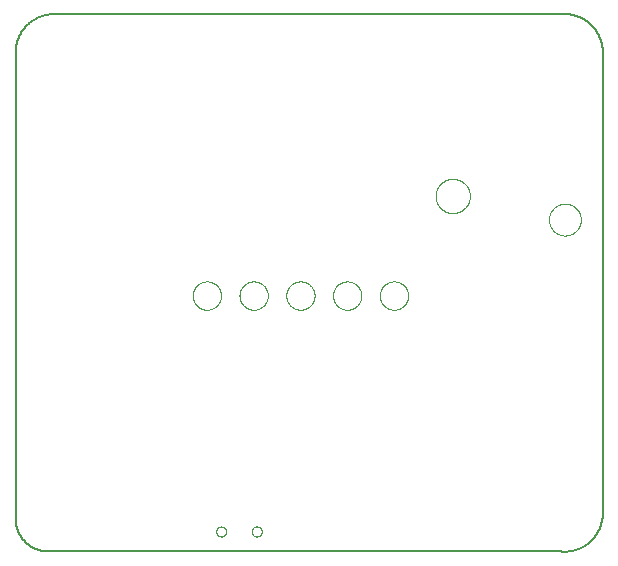
<source format=gbo>
G75*
%MOIN*%
%OFA0B0*%
%FSLAX25Y25*%
%IPPOS*%
%LPD*%
%AMOC8*
5,1,8,0,0,1.08239X$1,22.5*
%
%ADD10C,0.00600*%
%ADD11C,0.00000*%
D10*
X0024241Y0016761D02*
X0195894Y0016761D01*
X0209674Y0028572D02*
X0209674Y0184083D01*
X0209646Y0184397D01*
X0209610Y0184710D01*
X0209567Y0185022D01*
X0209516Y0185333D01*
X0209457Y0185642D01*
X0209391Y0185950D01*
X0209318Y0186256D01*
X0209236Y0186561D01*
X0209148Y0186863D01*
X0209052Y0187163D01*
X0208948Y0187460D01*
X0208838Y0187755D01*
X0208720Y0188047D01*
X0208595Y0188336D01*
X0208463Y0188622D01*
X0208324Y0188905D01*
X0208178Y0189184D01*
X0208025Y0189459D01*
X0207865Y0189731D01*
X0207699Y0189999D01*
X0207527Y0190262D01*
X0207348Y0190521D01*
X0207163Y0190776D01*
X0206971Y0191026D01*
X0206773Y0191271D01*
X0206570Y0191512D01*
X0206361Y0191747D01*
X0206145Y0191977D01*
X0205925Y0192202D01*
X0205699Y0192421D01*
X0205467Y0192635D01*
X0205231Y0192843D01*
X0204989Y0193045D01*
X0204742Y0193241D01*
X0204491Y0193431D01*
X0204235Y0193614D01*
X0203975Y0193792D01*
X0203711Y0193963D01*
X0203442Y0194127D01*
X0203169Y0194285D01*
X0202893Y0194436D01*
X0202613Y0194580D01*
X0202329Y0194717D01*
X0202043Y0194847D01*
X0201753Y0194971D01*
X0201460Y0195087D01*
X0201164Y0195195D01*
X0200866Y0195297D01*
X0200566Y0195391D01*
X0200263Y0195478D01*
X0199958Y0195557D01*
X0199651Y0195629D01*
X0199343Y0195693D01*
X0199033Y0195750D01*
X0198722Y0195799D01*
X0198410Y0195840D01*
X0198097Y0195874D01*
X0197783Y0195900D01*
X0197468Y0195918D01*
X0197154Y0195929D01*
X0196839Y0195932D01*
X0196524Y0195927D01*
X0196209Y0195915D01*
X0195895Y0195894D01*
X0195894Y0195894D02*
X0027784Y0195894D01*
X0027475Y0195914D01*
X0027165Y0195927D01*
X0026855Y0195932D01*
X0026545Y0195929D01*
X0026235Y0195920D01*
X0025925Y0195902D01*
X0025616Y0195877D01*
X0025308Y0195845D01*
X0025000Y0195805D01*
X0024694Y0195758D01*
X0024388Y0195703D01*
X0024084Y0195641D01*
X0023782Y0195572D01*
X0023482Y0195496D01*
X0023183Y0195412D01*
X0022887Y0195321D01*
X0022592Y0195223D01*
X0022301Y0195117D01*
X0022012Y0195005D01*
X0021725Y0194886D01*
X0021442Y0194760D01*
X0021162Y0194627D01*
X0020885Y0194487D01*
X0020611Y0194341D01*
X0020342Y0194188D01*
X0020075Y0194029D01*
X0019813Y0193863D01*
X0019555Y0193691D01*
X0019301Y0193513D01*
X0019052Y0193329D01*
X0018807Y0193139D01*
X0018567Y0192943D01*
X0018331Y0192741D01*
X0018101Y0192533D01*
X0017875Y0192321D01*
X0017655Y0192102D01*
X0017440Y0191879D01*
X0017231Y0191650D01*
X0017027Y0191416D01*
X0016829Y0191178D01*
X0016637Y0190934D01*
X0016450Y0190686D01*
X0016270Y0190434D01*
X0016096Y0190177D01*
X0015928Y0189917D01*
X0015766Y0189652D01*
X0015611Y0189383D01*
X0015463Y0189111D01*
X0015321Y0188836D01*
X0015185Y0188557D01*
X0015057Y0188274D01*
X0014935Y0187989D01*
X0014820Y0187701D01*
X0014713Y0187410D01*
X0014612Y0187117D01*
X0014519Y0186821D01*
X0014432Y0186523D01*
X0014353Y0186223D01*
X0014281Y0185922D01*
X0014217Y0185618D01*
X0014160Y0185314D01*
X0014110Y0185007D01*
X0014067Y0184700D01*
X0014032Y0184392D01*
X0014005Y0184083D01*
X0014005Y0028572D01*
X0014004Y0028571D02*
X0013988Y0028305D01*
X0013979Y0028038D01*
X0013976Y0027771D01*
X0013980Y0027504D01*
X0013990Y0027237D01*
X0014006Y0026970D01*
X0014029Y0026704D01*
X0014058Y0026439D01*
X0014094Y0026174D01*
X0014136Y0025910D01*
X0014184Y0025648D01*
X0014239Y0025386D01*
X0014300Y0025126D01*
X0014368Y0024868D01*
X0014441Y0024611D01*
X0014521Y0024356D01*
X0014607Y0024103D01*
X0014699Y0023853D01*
X0014797Y0023604D01*
X0014901Y0023358D01*
X0015011Y0023115D01*
X0015127Y0022874D01*
X0015248Y0022636D01*
X0015375Y0022401D01*
X0015508Y0022170D01*
X0015647Y0021941D01*
X0015791Y0021716D01*
X0015940Y0021495D01*
X0016094Y0021277D01*
X0016254Y0021063D01*
X0016419Y0020853D01*
X0016589Y0020647D01*
X0016764Y0020445D01*
X0016944Y0020248D01*
X0017128Y0020055D01*
X0017317Y0019866D01*
X0017511Y0019682D01*
X0017709Y0019503D01*
X0017911Y0019328D01*
X0018118Y0019159D01*
X0018328Y0018994D01*
X0018542Y0018835D01*
X0018761Y0018681D01*
X0018982Y0018532D01*
X0019208Y0018389D01*
X0019436Y0018251D01*
X0019668Y0018119D01*
X0019904Y0017992D01*
X0020142Y0017871D01*
X0020383Y0017756D01*
X0020626Y0017646D01*
X0020873Y0017543D01*
X0021121Y0017446D01*
X0021372Y0017354D01*
X0021625Y0017269D01*
X0021880Y0017190D01*
X0022137Y0017117D01*
X0022396Y0017050D01*
X0022656Y0016990D01*
X0022918Y0016935D01*
X0023180Y0016888D01*
X0023444Y0016846D01*
X0023709Y0016811D01*
X0023974Y0016782D01*
X0024241Y0016760D01*
X0195895Y0016761D02*
X0196204Y0016741D01*
X0196514Y0016728D01*
X0196824Y0016723D01*
X0197134Y0016726D01*
X0197444Y0016735D01*
X0197754Y0016753D01*
X0198063Y0016778D01*
X0198371Y0016810D01*
X0198679Y0016850D01*
X0198985Y0016897D01*
X0199291Y0016952D01*
X0199595Y0017014D01*
X0199897Y0017083D01*
X0200197Y0017159D01*
X0200496Y0017243D01*
X0200792Y0017334D01*
X0201087Y0017432D01*
X0201378Y0017538D01*
X0201667Y0017650D01*
X0201954Y0017769D01*
X0202237Y0017895D01*
X0202517Y0018028D01*
X0202794Y0018168D01*
X0203068Y0018314D01*
X0203337Y0018467D01*
X0203604Y0018626D01*
X0203866Y0018792D01*
X0204124Y0018964D01*
X0204378Y0019142D01*
X0204627Y0019326D01*
X0204872Y0019516D01*
X0205112Y0019712D01*
X0205348Y0019914D01*
X0205578Y0020122D01*
X0205804Y0020334D01*
X0206024Y0020553D01*
X0206239Y0020776D01*
X0206448Y0021005D01*
X0206652Y0021239D01*
X0206850Y0021477D01*
X0207042Y0021721D01*
X0207229Y0021969D01*
X0207409Y0022221D01*
X0207583Y0022478D01*
X0207751Y0022738D01*
X0207913Y0023003D01*
X0208068Y0023272D01*
X0208216Y0023544D01*
X0208358Y0023819D01*
X0208494Y0024098D01*
X0208622Y0024381D01*
X0208744Y0024666D01*
X0208859Y0024954D01*
X0208966Y0025245D01*
X0209067Y0025538D01*
X0209160Y0025834D01*
X0209247Y0026132D01*
X0209326Y0026432D01*
X0209398Y0026733D01*
X0209462Y0027037D01*
X0209519Y0027341D01*
X0209569Y0027648D01*
X0209612Y0027955D01*
X0209647Y0028263D01*
X0209674Y0028572D01*
D11*
X0135363Y0102056D02*
X0135365Y0102193D01*
X0135371Y0102331D01*
X0135381Y0102468D01*
X0135395Y0102604D01*
X0135413Y0102741D01*
X0135435Y0102876D01*
X0135461Y0103011D01*
X0135490Y0103145D01*
X0135524Y0103279D01*
X0135561Y0103411D01*
X0135603Y0103542D01*
X0135648Y0103672D01*
X0135697Y0103800D01*
X0135749Y0103927D01*
X0135806Y0104052D01*
X0135865Y0104176D01*
X0135929Y0104298D01*
X0135996Y0104418D01*
X0136066Y0104536D01*
X0136140Y0104652D01*
X0136217Y0104766D01*
X0136298Y0104877D01*
X0136381Y0104986D01*
X0136468Y0105093D01*
X0136558Y0105196D01*
X0136651Y0105298D01*
X0136747Y0105396D01*
X0136845Y0105492D01*
X0136947Y0105585D01*
X0137050Y0105675D01*
X0137157Y0105762D01*
X0137266Y0105845D01*
X0137377Y0105926D01*
X0137491Y0106003D01*
X0137607Y0106077D01*
X0137725Y0106147D01*
X0137845Y0106214D01*
X0137967Y0106278D01*
X0138091Y0106337D01*
X0138216Y0106394D01*
X0138343Y0106446D01*
X0138471Y0106495D01*
X0138601Y0106540D01*
X0138732Y0106582D01*
X0138864Y0106619D01*
X0138998Y0106653D01*
X0139132Y0106682D01*
X0139267Y0106708D01*
X0139402Y0106730D01*
X0139539Y0106748D01*
X0139675Y0106762D01*
X0139812Y0106772D01*
X0139950Y0106778D01*
X0140087Y0106780D01*
X0140224Y0106778D01*
X0140362Y0106772D01*
X0140499Y0106762D01*
X0140635Y0106748D01*
X0140772Y0106730D01*
X0140907Y0106708D01*
X0141042Y0106682D01*
X0141176Y0106653D01*
X0141310Y0106619D01*
X0141442Y0106582D01*
X0141573Y0106540D01*
X0141703Y0106495D01*
X0141831Y0106446D01*
X0141958Y0106394D01*
X0142083Y0106337D01*
X0142207Y0106278D01*
X0142329Y0106214D01*
X0142449Y0106147D01*
X0142567Y0106077D01*
X0142683Y0106003D01*
X0142797Y0105926D01*
X0142908Y0105845D01*
X0143017Y0105762D01*
X0143124Y0105675D01*
X0143227Y0105585D01*
X0143329Y0105492D01*
X0143427Y0105396D01*
X0143523Y0105298D01*
X0143616Y0105196D01*
X0143706Y0105093D01*
X0143793Y0104986D01*
X0143876Y0104877D01*
X0143957Y0104766D01*
X0144034Y0104652D01*
X0144108Y0104536D01*
X0144178Y0104418D01*
X0144245Y0104298D01*
X0144309Y0104176D01*
X0144368Y0104052D01*
X0144425Y0103927D01*
X0144477Y0103800D01*
X0144526Y0103672D01*
X0144571Y0103542D01*
X0144613Y0103411D01*
X0144650Y0103279D01*
X0144684Y0103145D01*
X0144713Y0103011D01*
X0144739Y0102876D01*
X0144761Y0102741D01*
X0144779Y0102604D01*
X0144793Y0102468D01*
X0144803Y0102331D01*
X0144809Y0102193D01*
X0144811Y0102056D01*
X0144809Y0101919D01*
X0144803Y0101781D01*
X0144793Y0101644D01*
X0144779Y0101508D01*
X0144761Y0101371D01*
X0144739Y0101236D01*
X0144713Y0101101D01*
X0144684Y0100967D01*
X0144650Y0100833D01*
X0144613Y0100701D01*
X0144571Y0100570D01*
X0144526Y0100440D01*
X0144477Y0100312D01*
X0144425Y0100185D01*
X0144368Y0100060D01*
X0144309Y0099936D01*
X0144245Y0099814D01*
X0144178Y0099694D01*
X0144108Y0099576D01*
X0144034Y0099460D01*
X0143957Y0099346D01*
X0143876Y0099235D01*
X0143793Y0099126D01*
X0143706Y0099019D01*
X0143616Y0098916D01*
X0143523Y0098814D01*
X0143427Y0098716D01*
X0143329Y0098620D01*
X0143227Y0098527D01*
X0143124Y0098437D01*
X0143017Y0098350D01*
X0142908Y0098267D01*
X0142797Y0098186D01*
X0142683Y0098109D01*
X0142567Y0098035D01*
X0142449Y0097965D01*
X0142329Y0097898D01*
X0142207Y0097834D01*
X0142083Y0097775D01*
X0141958Y0097718D01*
X0141831Y0097666D01*
X0141703Y0097617D01*
X0141573Y0097572D01*
X0141442Y0097530D01*
X0141310Y0097493D01*
X0141176Y0097459D01*
X0141042Y0097430D01*
X0140907Y0097404D01*
X0140772Y0097382D01*
X0140635Y0097364D01*
X0140499Y0097350D01*
X0140362Y0097340D01*
X0140224Y0097334D01*
X0140087Y0097332D01*
X0139950Y0097334D01*
X0139812Y0097340D01*
X0139675Y0097350D01*
X0139539Y0097364D01*
X0139402Y0097382D01*
X0139267Y0097404D01*
X0139132Y0097430D01*
X0138998Y0097459D01*
X0138864Y0097493D01*
X0138732Y0097530D01*
X0138601Y0097572D01*
X0138471Y0097617D01*
X0138343Y0097666D01*
X0138216Y0097718D01*
X0138091Y0097775D01*
X0137967Y0097834D01*
X0137845Y0097898D01*
X0137725Y0097965D01*
X0137607Y0098035D01*
X0137491Y0098109D01*
X0137377Y0098186D01*
X0137266Y0098267D01*
X0137157Y0098350D01*
X0137050Y0098437D01*
X0136947Y0098527D01*
X0136845Y0098620D01*
X0136747Y0098716D01*
X0136651Y0098814D01*
X0136558Y0098916D01*
X0136468Y0099019D01*
X0136381Y0099126D01*
X0136298Y0099235D01*
X0136217Y0099346D01*
X0136140Y0099460D01*
X0136066Y0099576D01*
X0135996Y0099694D01*
X0135929Y0099814D01*
X0135865Y0099936D01*
X0135806Y0100060D01*
X0135749Y0100185D01*
X0135697Y0100312D01*
X0135648Y0100440D01*
X0135603Y0100570D01*
X0135561Y0100701D01*
X0135524Y0100833D01*
X0135490Y0100967D01*
X0135461Y0101101D01*
X0135435Y0101236D01*
X0135413Y0101371D01*
X0135395Y0101508D01*
X0135381Y0101644D01*
X0135371Y0101781D01*
X0135365Y0101919D01*
X0135363Y0102056D01*
X0119773Y0102056D02*
X0119775Y0102193D01*
X0119781Y0102331D01*
X0119791Y0102468D01*
X0119805Y0102604D01*
X0119823Y0102741D01*
X0119845Y0102876D01*
X0119871Y0103011D01*
X0119900Y0103145D01*
X0119934Y0103279D01*
X0119971Y0103411D01*
X0120013Y0103542D01*
X0120058Y0103672D01*
X0120107Y0103800D01*
X0120159Y0103927D01*
X0120216Y0104052D01*
X0120275Y0104176D01*
X0120339Y0104298D01*
X0120406Y0104418D01*
X0120476Y0104536D01*
X0120550Y0104652D01*
X0120627Y0104766D01*
X0120708Y0104877D01*
X0120791Y0104986D01*
X0120878Y0105093D01*
X0120968Y0105196D01*
X0121061Y0105298D01*
X0121157Y0105396D01*
X0121255Y0105492D01*
X0121357Y0105585D01*
X0121460Y0105675D01*
X0121567Y0105762D01*
X0121676Y0105845D01*
X0121787Y0105926D01*
X0121901Y0106003D01*
X0122017Y0106077D01*
X0122135Y0106147D01*
X0122255Y0106214D01*
X0122377Y0106278D01*
X0122501Y0106337D01*
X0122626Y0106394D01*
X0122753Y0106446D01*
X0122881Y0106495D01*
X0123011Y0106540D01*
X0123142Y0106582D01*
X0123274Y0106619D01*
X0123408Y0106653D01*
X0123542Y0106682D01*
X0123677Y0106708D01*
X0123812Y0106730D01*
X0123949Y0106748D01*
X0124085Y0106762D01*
X0124222Y0106772D01*
X0124360Y0106778D01*
X0124497Y0106780D01*
X0124634Y0106778D01*
X0124772Y0106772D01*
X0124909Y0106762D01*
X0125045Y0106748D01*
X0125182Y0106730D01*
X0125317Y0106708D01*
X0125452Y0106682D01*
X0125586Y0106653D01*
X0125720Y0106619D01*
X0125852Y0106582D01*
X0125983Y0106540D01*
X0126113Y0106495D01*
X0126241Y0106446D01*
X0126368Y0106394D01*
X0126493Y0106337D01*
X0126617Y0106278D01*
X0126739Y0106214D01*
X0126859Y0106147D01*
X0126977Y0106077D01*
X0127093Y0106003D01*
X0127207Y0105926D01*
X0127318Y0105845D01*
X0127427Y0105762D01*
X0127534Y0105675D01*
X0127637Y0105585D01*
X0127739Y0105492D01*
X0127837Y0105396D01*
X0127933Y0105298D01*
X0128026Y0105196D01*
X0128116Y0105093D01*
X0128203Y0104986D01*
X0128286Y0104877D01*
X0128367Y0104766D01*
X0128444Y0104652D01*
X0128518Y0104536D01*
X0128588Y0104418D01*
X0128655Y0104298D01*
X0128719Y0104176D01*
X0128778Y0104052D01*
X0128835Y0103927D01*
X0128887Y0103800D01*
X0128936Y0103672D01*
X0128981Y0103542D01*
X0129023Y0103411D01*
X0129060Y0103279D01*
X0129094Y0103145D01*
X0129123Y0103011D01*
X0129149Y0102876D01*
X0129171Y0102741D01*
X0129189Y0102604D01*
X0129203Y0102468D01*
X0129213Y0102331D01*
X0129219Y0102193D01*
X0129221Y0102056D01*
X0129219Y0101919D01*
X0129213Y0101781D01*
X0129203Y0101644D01*
X0129189Y0101508D01*
X0129171Y0101371D01*
X0129149Y0101236D01*
X0129123Y0101101D01*
X0129094Y0100967D01*
X0129060Y0100833D01*
X0129023Y0100701D01*
X0128981Y0100570D01*
X0128936Y0100440D01*
X0128887Y0100312D01*
X0128835Y0100185D01*
X0128778Y0100060D01*
X0128719Y0099936D01*
X0128655Y0099814D01*
X0128588Y0099694D01*
X0128518Y0099576D01*
X0128444Y0099460D01*
X0128367Y0099346D01*
X0128286Y0099235D01*
X0128203Y0099126D01*
X0128116Y0099019D01*
X0128026Y0098916D01*
X0127933Y0098814D01*
X0127837Y0098716D01*
X0127739Y0098620D01*
X0127637Y0098527D01*
X0127534Y0098437D01*
X0127427Y0098350D01*
X0127318Y0098267D01*
X0127207Y0098186D01*
X0127093Y0098109D01*
X0126977Y0098035D01*
X0126859Y0097965D01*
X0126739Y0097898D01*
X0126617Y0097834D01*
X0126493Y0097775D01*
X0126368Y0097718D01*
X0126241Y0097666D01*
X0126113Y0097617D01*
X0125983Y0097572D01*
X0125852Y0097530D01*
X0125720Y0097493D01*
X0125586Y0097459D01*
X0125452Y0097430D01*
X0125317Y0097404D01*
X0125182Y0097382D01*
X0125045Y0097364D01*
X0124909Y0097350D01*
X0124772Y0097340D01*
X0124634Y0097334D01*
X0124497Y0097332D01*
X0124360Y0097334D01*
X0124222Y0097340D01*
X0124085Y0097350D01*
X0123949Y0097364D01*
X0123812Y0097382D01*
X0123677Y0097404D01*
X0123542Y0097430D01*
X0123408Y0097459D01*
X0123274Y0097493D01*
X0123142Y0097530D01*
X0123011Y0097572D01*
X0122881Y0097617D01*
X0122753Y0097666D01*
X0122626Y0097718D01*
X0122501Y0097775D01*
X0122377Y0097834D01*
X0122255Y0097898D01*
X0122135Y0097965D01*
X0122017Y0098035D01*
X0121901Y0098109D01*
X0121787Y0098186D01*
X0121676Y0098267D01*
X0121567Y0098350D01*
X0121460Y0098437D01*
X0121357Y0098527D01*
X0121255Y0098620D01*
X0121157Y0098716D01*
X0121061Y0098814D01*
X0120968Y0098916D01*
X0120878Y0099019D01*
X0120791Y0099126D01*
X0120708Y0099235D01*
X0120627Y0099346D01*
X0120550Y0099460D01*
X0120476Y0099576D01*
X0120406Y0099694D01*
X0120339Y0099814D01*
X0120275Y0099936D01*
X0120216Y0100060D01*
X0120159Y0100185D01*
X0120107Y0100312D01*
X0120058Y0100440D01*
X0120013Y0100570D01*
X0119971Y0100701D01*
X0119934Y0100833D01*
X0119900Y0100967D01*
X0119871Y0101101D01*
X0119845Y0101236D01*
X0119823Y0101371D01*
X0119805Y0101508D01*
X0119791Y0101644D01*
X0119781Y0101781D01*
X0119775Y0101919D01*
X0119773Y0102056D01*
X0104182Y0102056D02*
X0104184Y0102193D01*
X0104190Y0102331D01*
X0104200Y0102468D01*
X0104214Y0102604D01*
X0104232Y0102741D01*
X0104254Y0102876D01*
X0104280Y0103011D01*
X0104309Y0103145D01*
X0104343Y0103279D01*
X0104380Y0103411D01*
X0104422Y0103542D01*
X0104467Y0103672D01*
X0104516Y0103800D01*
X0104568Y0103927D01*
X0104625Y0104052D01*
X0104684Y0104176D01*
X0104748Y0104298D01*
X0104815Y0104418D01*
X0104885Y0104536D01*
X0104959Y0104652D01*
X0105036Y0104766D01*
X0105117Y0104877D01*
X0105200Y0104986D01*
X0105287Y0105093D01*
X0105377Y0105196D01*
X0105470Y0105298D01*
X0105566Y0105396D01*
X0105664Y0105492D01*
X0105766Y0105585D01*
X0105869Y0105675D01*
X0105976Y0105762D01*
X0106085Y0105845D01*
X0106196Y0105926D01*
X0106310Y0106003D01*
X0106426Y0106077D01*
X0106544Y0106147D01*
X0106664Y0106214D01*
X0106786Y0106278D01*
X0106910Y0106337D01*
X0107035Y0106394D01*
X0107162Y0106446D01*
X0107290Y0106495D01*
X0107420Y0106540D01*
X0107551Y0106582D01*
X0107683Y0106619D01*
X0107817Y0106653D01*
X0107951Y0106682D01*
X0108086Y0106708D01*
X0108221Y0106730D01*
X0108358Y0106748D01*
X0108494Y0106762D01*
X0108631Y0106772D01*
X0108769Y0106778D01*
X0108906Y0106780D01*
X0109043Y0106778D01*
X0109181Y0106772D01*
X0109318Y0106762D01*
X0109454Y0106748D01*
X0109591Y0106730D01*
X0109726Y0106708D01*
X0109861Y0106682D01*
X0109995Y0106653D01*
X0110129Y0106619D01*
X0110261Y0106582D01*
X0110392Y0106540D01*
X0110522Y0106495D01*
X0110650Y0106446D01*
X0110777Y0106394D01*
X0110902Y0106337D01*
X0111026Y0106278D01*
X0111148Y0106214D01*
X0111268Y0106147D01*
X0111386Y0106077D01*
X0111502Y0106003D01*
X0111616Y0105926D01*
X0111727Y0105845D01*
X0111836Y0105762D01*
X0111943Y0105675D01*
X0112046Y0105585D01*
X0112148Y0105492D01*
X0112246Y0105396D01*
X0112342Y0105298D01*
X0112435Y0105196D01*
X0112525Y0105093D01*
X0112612Y0104986D01*
X0112695Y0104877D01*
X0112776Y0104766D01*
X0112853Y0104652D01*
X0112927Y0104536D01*
X0112997Y0104418D01*
X0113064Y0104298D01*
X0113128Y0104176D01*
X0113187Y0104052D01*
X0113244Y0103927D01*
X0113296Y0103800D01*
X0113345Y0103672D01*
X0113390Y0103542D01*
X0113432Y0103411D01*
X0113469Y0103279D01*
X0113503Y0103145D01*
X0113532Y0103011D01*
X0113558Y0102876D01*
X0113580Y0102741D01*
X0113598Y0102604D01*
X0113612Y0102468D01*
X0113622Y0102331D01*
X0113628Y0102193D01*
X0113630Y0102056D01*
X0113628Y0101919D01*
X0113622Y0101781D01*
X0113612Y0101644D01*
X0113598Y0101508D01*
X0113580Y0101371D01*
X0113558Y0101236D01*
X0113532Y0101101D01*
X0113503Y0100967D01*
X0113469Y0100833D01*
X0113432Y0100701D01*
X0113390Y0100570D01*
X0113345Y0100440D01*
X0113296Y0100312D01*
X0113244Y0100185D01*
X0113187Y0100060D01*
X0113128Y0099936D01*
X0113064Y0099814D01*
X0112997Y0099694D01*
X0112927Y0099576D01*
X0112853Y0099460D01*
X0112776Y0099346D01*
X0112695Y0099235D01*
X0112612Y0099126D01*
X0112525Y0099019D01*
X0112435Y0098916D01*
X0112342Y0098814D01*
X0112246Y0098716D01*
X0112148Y0098620D01*
X0112046Y0098527D01*
X0111943Y0098437D01*
X0111836Y0098350D01*
X0111727Y0098267D01*
X0111616Y0098186D01*
X0111502Y0098109D01*
X0111386Y0098035D01*
X0111268Y0097965D01*
X0111148Y0097898D01*
X0111026Y0097834D01*
X0110902Y0097775D01*
X0110777Y0097718D01*
X0110650Y0097666D01*
X0110522Y0097617D01*
X0110392Y0097572D01*
X0110261Y0097530D01*
X0110129Y0097493D01*
X0109995Y0097459D01*
X0109861Y0097430D01*
X0109726Y0097404D01*
X0109591Y0097382D01*
X0109454Y0097364D01*
X0109318Y0097350D01*
X0109181Y0097340D01*
X0109043Y0097334D01*
X0108906Y0097332D01*
X0108769Y0097334D01*
X0108631Y0097340D01*
X0108494Y0097350D01*
X0108358Y0097364D01*
X0108221Y0097382D01*
X0108086Y0097404D01*
X0107951Y0097430D01*
X0107817Y0097459D01*
X0107683Y0097493D01*
X0107551Y0097530D01*
X0107420Y0097572D01*
X0107290Y0097617D01*
X0107162Y0097666D01*
X0107035Y0097718D01*
X0106910Y0097775D01*
X0106786Y0097834D01*
X0106664Y0097898D01*
X0106544Y0097965D01*
X0106426Y0098035D01*
X0106310Y0098109D01*
X0106196Y0098186D01*
X0106085Y0098267D01*
X0105976Y0098350D01*
X0105869Y0098437D01*
X0105766Y0098527D01*
X0105664Y0098620D01*
X0105566Y0098716D01*
X0105470Y0098814D01*
X0105377Y0098916D01*
X0105287Y0099019D01*
X0105200Y0099126D01*
X0105117Y0099235D01*
X0105036Y0099346D01*
X0104959Y0099460D01*
X0104885Y0099576D01*
X0104815Y0099694D01*
X0104748Y0099814D01*
X0104684Y0099936D01*
X0104625Y0100060D01*
X0104568Y0100185D01*
X0104516Y0100312D01*
X0104467Y0100440D01*
X0104422Y0100570D01*
X0104380Y0100701D01*
X0104343Y0100833D01*
X0104309Y0100967D01*
X0104280Y0101101D01*
X0104254Y0101236D01*
X0104232Y0101371D01*
X0104214Y0101508D01*
X0104200Y0101644D01*
X0104190Y0101781D01*
X0104184Y0101919D01*
X0104182Y0102056D01*
X0088592Y0102056D02*
X0088594Y0102193D01*
X0088600Y0102331D01*
X0088610Y0102468D01*
X0088624Y0102604D01*
X0088642Y0102741D01*
X0088664Y0102876D01*
X0088690Y0103011D01*
X0088719Y0103145D01*
X0088753Y0103279D01*
X0088790Y0103411D01*
X0088832Y0103542D01*
X0088877Y0103672D01*
X0088926Y0103800D01*
X0088978Y0103927D01*
X0089035Y0104052D01*
X0089094Y0104176D01*
X0089158Y0104298D01*
X0089225Y0104418D01*
X0089295Y0104536D01*
X0089369Y0104652D01*
X0089446Y0104766D01*
X0089527Y0104877D01*
X0089610Y0104986D01*
X0089697Y0105093D01*
X0089787Y0105196D01*
X0089880Y0105298D01*
X0089976Y0105396D01*
X0090074Y0105492D01*
X0090176Y0105585D01*
X0090279Y0105675D01*
X0090386Y0105762D01*
X0090495Y0105845D01*
X0090606Y0105926D01*
X0090720Y0106003D01*
X0090836Y0106077D01*
X0090954Y0106147D01*
X0091074Y0106214D01*
X0091196Y0106278D01*
X0091320Y0106337D01*
X0091445Y0106394D01*
X0091572Y0106446D01*
X0091700Y0106495D01*
X0091830Y0106540D01*
X0091961Y0106582D01*
X0092093Y0106619D01*
X0092227Y0106653D01*
X0092361Y0106682D01*
X0092496Y0106708D01*
X0092631Y0106730D01*
X0092768Y0106748D01*
X0092904Y0106762D01*
X0093041Y0106772D01*
X0093179Y0106778D01*
X0093316Y0106780D01*
X0093453Y0106778D01*
X0093591Y0106772D01*
X0093728Y0106762D01*
X0093864Y0106748D01*
X0094001Y0106730D01*
X0094136Y0106708D01*
X0094271Y0106682D01*
X0094405Y0106653D01*
X0094539Y0106619D01*
X0094671Y0106582D01*
X0094802Y0106540D01*
X0094932Y0106495D01*
X0095060Y0106446D01*
X0095187Y0106394D01*
X0095312Y0106337D01*
X0095436Y0106278D01*
X0095558Y0106214D01*
X0095678Y0106147D01*
X0095796Y0106077D01*
X0095912Y0106003D01*
X0096026Y0105926D01*
X0096137Y0105845D01*
X0096246Y0105762D01*
X0096353Y0105675D01*
X0096456Y0105585D01*
X0096558Y0105492D01*
X0096656Y0105396D01*
X0096752Y0105298D01*
X0096845Y0105196D01*
X0096935Y0105093D01*
X0097022Y0104986D01*
X0097105Y0104877D01*
X0097186Y0104766D01*
X0097263Y0104652D01*
X0097337Y0104536D01*
X0097407Y0104418D01*
X0097474Y0104298D01*
X0097538Y0104176D01*
X0097597Y0104052D01*
X0097654Y0103927D01*
X0097706Y0103800D01*
X0097755Y0103672D01*
X0097800Y0103542D01*
X0097842Y0103411D01*
X0097879Y0103279D01*
X0097913Y0103145D01*
X0097942Y0103011D01*
X0097968Y0102876D01*
X0097990Y0102741D01*
X0098008Y0102604D01*
X0098022Y0102468D01*
X0098032Y0102331D01*
X0098038Y0102193D01*
X0098040Y0102056D01*
X0098038Y0101919D01*
X0098032Y0101781D01*
X0098022Y0101644D01*
X0098008Y0101508D01*
X0097990Y0101371D01*
X0097968Y0101236D01*
X0097942Y0101101D01*
X0097913Y0100967D01*
X0097879Y0100833D01*
X0097842Y0100701D01*
X0097800Y0100570D01*
X0097755Y0100440D01*
X0097706Y0100312D01*
X0097654Y0100185D01*
X0097597Y0100060D01*
X0097538Y0099936D01*
X0097474Y0099814D01*
X0097407Y0099694D01*
X0097337Y0099576D01*
X0097263Y0099460D01*
X0097186Y0099346D01*
X0097105Y0099235D01*
X0097022Y0099126D01*
X0096935Y0099019D01*
X0096845Y0098916D01*
X0096752Y0098814D01*
X0096656Y0098716D01*
X0096558Y0098620D01*
X0096456Y0098527D01*
X0096353Y0098437D01*
X0096246Y0098350D01*
X0096137Y0098267D01*
X0096026Y0098186D01*
X0095912Y0098109D01*
X0095796Y0098035D01*
X0095678Y0097965D01*
X0095558Y0097898D01*
X0095436Y0097834D01*
X0095312Y0097775D01*
X0095187Y0097718D01*
X0095060Y0097666D01*
X0094932Y0097617D01*
X0094802Y0097572D01*
X0094671Y0097530D01*
X0094539Y0097493D01*
X0094405Y0097459D01*
X0094271Y0097430D01*
X0094136Y0097404D01*
X0094001Y0097382D01*
X0093864Y0097364D01*
X0093728Y0097350D01*
X0093591Y0097340D01*
X0093453Y0097334D01*
X0093316Y0097332D01*
X0093179Y0097334D01*
X0093041Y0097340D01*
X0092904Y0097350D01*
X0092768Y0097364D01*
X0092631Y0097382D01*
X0092496Y0097404D01*
X0092361Y0097430D01*
X0092227Y0097459D01*
X0092093Y0097493D01*
X0091961Y0097530D01*
X0091830Y0097572D01*
X0091700Y0097617D01*
X0091572Y0097666D01*
X0091445Y0097718D01*
X0091320Y0097775D01*
X0091196Y0097834D01*
X0091074Y0097898D01*
X0090954Y0097965D01*
X0090836Y0098035D01*
X0090720Y0098109D01*
X0090606Y0098186D01*
X0090495Y0098267D01*
X0090386Y0098350D01*
X0090279Y0098437D01*
X0090176Y0098527D01*
X0090074Y0098620D01*
X0089976Y0098716D01*
X0089880Y0098814D01*
X0089787Y0098916D01*
X0089697Y0099019D01*
X0089610Y0099126D01*
X0089527Y0099235D01*
X0089446Y0099346D01*
X0089369Y0099460D01*
X0089295Y0099576D01*
X0089225Y0099694D01*
X0089158Y0099814D01*
X0089094Y0099936D01*
X0089035Y0100060D01*
X0088978Y0100185D01*
X0088926Y0100312D01*
X0088877Y0100440D01*
X0088832Y0100570D01*
X0088790Y0100701D01*
X0088753Y0100833D01*
X0088719Y0100967D01*
X0088690Y0101101D01*
X0088664Y0101236D01*
X0088642Y0101371D01*
X0088624Y0101508D01*
X0088610Y0101644D01*
X0088600Y0101781D01*
X0088594Y0101919D01*
X0088592Y0102056D01*
X0073001Y0102056D02*
X0073003Y0102193D01*
X0073009Y0102331D01*
X0073019Y0102468D01*
X0073033Y0102604D01*
X0073051Y0102741D01*
X0073073Y0102876D01*
X0073099Y0103011D01*
X0073128Y0103145D01*
X0073162Y0103279D01*
X0073199Y0103411D01*
X0073241Y0103542D01*
X0073286Y0103672D01*
X0073335Y0103800D01*
X0073387Y0103927D01*
X0073444Y0104052D01*
X0073503Y0104176D01*
X0073567Y0104298D01*
X0073634Y0104418D01*
X0073704Y0104536D01*
X0073778Y0104652D01*
X0073855Y0104766D01*
X0073936Y0104877D01*
X0074019Y0104986D01*
X0074106Y0105093D01*
X0074196Y0105196D01*
X0074289Y0105298D01*
X0074385Y0105396D01*
X0074483Y0105492D01*
X0074585Y0105585D01*
X0074688Y0105675D01*
X0074795Y0105762D01*
X0074904Y0105845D01*
X0075015Y0105926D01*
X0075129Y0106003D01*
X0075245Y0106077D01*
X0075363Y0106147D01*
X0075483Y0106214D01*
X0075605Y0106278D01*
X0075729Y0106337D01*
X0075854Y0106394D01*
X0075981Y0106446D01*
X0076109Y0106495D01*
X0076239Y0106540D01*
X0076370Y0106582D01*
X0076502Y0106619D01*
X0076636Y0106653D01*
X0076770Y0106682D01*
X0076905Y0106708D01*
X0077040Y0106730D01*
X0077177Y0106748D01*
X0077313Y0106762D01*
X0077450Y0106772D01*
X0077588Y0106778D01*
X0077725Y0106780D01*
X0077862Y0106778D01*
X0078000Y0106772D01*
X0078137Y0106762D01*
X0078273Y0106748D01*
X0078410Y0106730D01*
X0078545Y0106708D01*
X0078680Y0106682D01*
X0078814Y0106653D01*
X0078948Y0106619D01*
X0079080Y0106582D01*
X0079211Y0106540D01*
X0079341Y0106495D01*
X0079469Y0106446D01*
X0079596Y0106394D01*
X0079721Y0106337D01*
X0079845Y0106278D01*
X0079967Y0106214D01*
X0080087Y0106147D01*
X0080205Y0106077D01*
X0080321Y0106003D01*
X0080435Y0105926D01*
X0080546Y0105845D01*
X0080655Y0105762D01*
X0080762Y0105675D01*
X0080865Y0105585D01*
X0080967Y0105492D01*
X0081065Y0105396D01*
X0081161Y0105298D01*
X0081254Y0105196D01*
X0081344Y0105093D01*
X0081431Y0104986D01*
X0081514Y0104877D01*
X0081595Y0104766D01*
X0081672Y0104652D01*
X0081746Y0104536D01*
X0081816Y0104418D01*
X0081883Y0104298D01*
X0081947Y0104176D01*
X0082006Y0104052D01*
X0082063Y0103927D01*
X0082115Y0103800D01*
X0082164Y0103672D01*
X0082209Y0103542D01*
X0082251Y0103411D01*
X0082288Y0103279D01*
X0082322Y0103145D01*
X0082351Y0103011D01*
X0082377Y0102876D01*
X0082399Y0102741D01*
X0082417Y0102604D01*
X0082431Y0102468D01*
X0082441Y0102331D01*
X0082447Y0102193D01*
X0082449Y0102056D01*
X0082447Y0101919D01*
X0082441Y0101781D01*
X0082431Y0101644D01*
X0082417Y0101508D01*
X0082399Y0101371D01*
X0082377Y0101236D01*
X0082351Y0101101D01*
X0082322Y0100967D01*
X0082288Y0100833D01*
X0082251Y0100701D01*
X0082209Y0100570D01*
X0082164Y0100440D01*
X0082115Y0100312D01*
X0082063Y0100185D01*
X0082006Y0100060D01*
X0081947Y0099936D01*
X0081883Y0099814D01*
X0081816Y0099694D01*
X0081746Y0099576D01*
X0081672Y0099460D01*
X0081595Y0099346D01*
X0081514Y0099235D01*
X0081431Y0099126D01*
X0081344Y0099019D01*
X0081254Y0098916D01*
X0081161Y0098814D01*
X0081065Y0098716D01*
X0080967Y0098620D01*
X0080865Y0098527D01*
X0080762Y0098437D01*
X0080655Y0098350D01*
X0080546Y0098267D01*
X0080435Y0098186D01*
X0080321Y0098109D01*
X0080205Y0098035D01*
X0080087Y0097965D01*
X0079967Y0097898D01*
X0079845Y0097834D01*
X0079721Y0097775D01*
X0079596Y0097718D01*
X0079469Y0097666D01*
X0079341Y0097617D01*
X0079211Y0097572D01*
X0079080Y0097530D01*
X0078948Y0097493D01*
X0078814Y0097459D01*
X0078680Y0097430D01*
X0078545Y0097404D01*
X0078410Y0097382D01*
X0078273Y0097364D01*
X0078137Y0097350D01*
X0078000Y0097340D01*
X0077862Y0097334D01*
X0077725Y0097332D01*
X0077588Y0097334D01*
X0077450Y0097340D01*
X0077313Y0097350D01*
X0077177Y0097364D01*
X0077040Y0097382D01*
X0076905Y0097404D01*
X0076770Y0097430D01*
X0076636Y0097459D01*
X0076502Y0097493D01*
X0076370Y0097530D01*
X0076239Y0097572D01*
X0076109Y0097617D01*
X0075981Y0097666D01*
X0075854Y0097718D01*
X0075729Y0097775D01*
X0075605Y0097834D01*
X0075483Y0097898D01*
X0075363Y0097965D01*
X0075245Y0098035D01*
X0075129Y0098109D01*
X0075015Y0098186D01*
X0074904Y0098267D01*
X0074795Y0098350D01*
X0074688Y0098437D01*
X0074585Y0098527D01*
X0074483Y0098620D01*
X0074385Y0098716D01*
X0074289Y0098814D01*
X0074196Y0098916D01*
X0074106Y0099019D01*
X0074019Y0099126D01*
X0073936Y0099235D01*
X0073855Y0099346D01*
X0073778Y0099460D01*
X0073704Y0099576D01*
X0073634Y0099694D01*
X0073567Y0099814D01*
X0073503Y0099936D01*
X0073444Y0100060D01*
X0073387Y0100185D01*
X0073335Y0100312D01*
X0073286Y0100440D01*
X0073241Y0100570D01*
X0073199Y0100701D01*
X0073162Y0100833D01*
X0073128Y0100967D01*
X0073099Y0101101D01*
X0073073Y0101236D01*
X0073051Y0101371D01*
X0073033Y0101508D01*
X0073019Y0101644D01*
X0073009Y0101781D01*
X0073003Y0101919D01*
X0073001Y0102056D01*
X0080836Y0023422D02*
X0080838Y0023503D01*
X0080844Y0023585D01*
X0080854Y0023666D01*
X0080868Y0023746D01*
X0080885Y0023825D01*
X0080907Y0023904D01*
X0080932Y0023981D01*
X0080961Y0024058D01*
X0080994Y0024132D01*
X0081031Y0024205D01*
X0081070Y0024276D01*
X0081114Y0024345D01*
X0081160Y0024412D01*
X0081210Y0024476D01*
X0081263Y0024538D01*
X0081319Y0024598D01*
X0081377Y0024654D01*
X0081439Y0024708D01*
X0081503Y0024759D01*
X0081569Y0024806D01*
X0081637Y0024850D01*
X0081708Y0024891D01*
X0081780Y0024928D01*
X0081855Y0024962D01*
X0081930Y0024992D01*
X0082008Y0025018D01*
X0082086Y0025041D01*
X0082165Y0025059D01*
X0082245Y0025074D01*
X0082326Y0025085D01*
X0082407Y0025092D01*
X0082489Y0025095D01*
X0082570Y0025094D01*
X0082651Y0025089D01*
X0082732Y0025080D01*
X0082813Y0025067D01*
X0082893Y0025050D01*
X0082971Y0025030D01*
X0083049Y0025005D01*
X0083126Y0024977D01*
X0083201Y0024945D01*
X0083274Y0024910D01*
X0083345Y0024871D01*
X0083415Y0024828D01*
X0083482Y0024783D01*
X0083548Y0024734D01*
X0083610Y0024682D01*
X0083670Y0024626D01*
X0083727Y0024568D01*
X0083782Y0024508D01*
X0083833Y0024444D01*
X0083881Y0024379D01*
X0083926Y0024311D01*
X0083968Y0024241D01*
X0084006Y0024169D01*
X0084041Y0024095D01*
X0084072Y0024020D01*
X0084099Y0023943D01*
X0084122Y0023865D01*
X0084142Y0023786D01*
X0084158Y0023706D01*
X0084170Y0023625D01*
X0084178Y0023544D01*
X0084182Y0023463D01*
X0084182Y0023381D01*
X0084178Y0023300D01*
X0084170Y0023219D01*
X0084158Y0023138D01*
X0084142Y0023058D01*
X0084122Y0022979D01*
X0084099Y0022901D01*
X0084072Y0022824D01*
X0084041Y0022749D01*
X0084006Y0022675D01*
X0083968Y0022603D01*
X0083926Y0022533D01*
X0083881Y0022465D01*
X0083833Y0022400D01*
X0083782Y0022336D01*
X0083727Y0022276D01*
X0083670Y0022218D01*
X0083610Y0022162D01*
X0083548Y0022110D01*
X0083482Y0022061D01*
X0083415Y0022016D01*
X0083346Y0021973D01*
X0083274Y0021934D01*
X0083201Y0021899D01*
X0083126Y0021867D01*
X0083049Y0021839D01*
X0082971Y0021814D01*
X0082893Y0021794D01*
X0082813Y0021777D01*
X0082732Y0021764D01*
X0082651Y0021755D01*
X0082570Y0021750D01*
X0082489Y0021749D01*
X0082407Y0021752D01*
X0082326Y0021759D01*
X0082245Y0021770D01*
X0082165Y0021785D01*
X0082086Y0021803D01*
X0082008Y0021826D01*
X0081930Y0021852D01*
X0081855Y0021882D01*
X0081780Y0021916D01*
X0081708Y0021953D01*
X0081637Y0021994D01*
X0081569Y0022038D01*
X0081503Y0022085D01*
X0081439Y0022136D01*
X0081377Y0022190D01*
X0081319Y0022246D01*
X0081263Y0022306D01*
X0081210Y0022368D01*
X0081160Y0022432D01*
X0081114Y0022499D01*
X0081070Y0022568D01*
X0081031Y0022639D01*
X0080994Y0022712D01*
X0080961Y0022786D01*
X0080932Y0022863D01*
X0080907Y0022940D01*
X0080885Y0023019D01*
X0080868Y0023098D01*
X0080854Y0023178D01*
X0080844Y0023259D01*
X0080838Y0023341D01*
X0080836Y0023422D01*
X0092647Y0023422D02*
X0092649Y0023503D01*
X0092655Y0023585D01*
X0092665Y0023666D01*
X0092679Y0023746D01*
X0092696Y0023825D01*
X0092718Y0023904D01*
X0092743Y0023981D01*
X0092772Y0024058D01*
X0092805Y0024132D01*
X0092842Y0024205D01*
X0092881Y0024276D01*
X0092925Y0024345D01*
X0092971Y0024412D01*
X0093021Y0024476D01*
X0093074Y0024538D01*
X0093130Y0024598D01*
X0093188Y0024654D01*
X0093250Y0024708D01*
X0093314Y0024759D01*
X0093380Y0024806D01*
X0093448Y0024850D01*
X0093519Y0024891D01*
X0093591Y0024928D01*
X0093666Y0024962D01*
X0093741Y0024992D01*
X0093819Y0025018D01*
X0093897Y0025041D01*
X0093976Y0025059D01*
X0094056Y0025074D01*
X0094137Y0025085D01*
X0094218Y0025092D01*
X0094300Y0025095D01*
X0094381Y0025094D01*
X0094462Y0025089D01*
X0094543Y0025080D01*
X0094624Y0025067D01*
X0094704Y0025050D01*
X0094782Y0025030D01*
X0094860Y0025005D01*
X0094937Y0024977D01*
X0095012Y0024945D01*
X0095085Y0024910D01*
X0095156Y0024871D01*
X0095226Y0024828D01*
X0095293Y0024783D01*
X0095359Y0024734D01*
X0095421Y0024682D01*
X0095481Y0024626D01*
X0095538Y0024568D01*
X0095593Y0024508D01*
X0095644Y0024444D01*
X0095692Y0024379D01*
X0095737Y0024311D01*
X0095779Y0024241D01*
X0095817Y0024169D01*
X0095852Y0024095D01*
X0095883Y0024020D01*
X0095910Y0023943D01*
X0095933Y0023865D01*
X0095953Y0023786D01*
X0095969Y0023706D01*
X0095981Y0023625D01*
X0095989Y0023544D01*
X0095993Y0023463D01*
X0095993Y0023381D01*
X0095989Y0023300D01*
X0095981Y0023219D01*
X0095969Y0023138D01*
X0095953Y0023058D01*
X0095933Y0022979D01*
X0095910Y0022901D01*
X0095883Y0022824D01*
X0095852Y0022749D01*
X0095817Y0022675D01*
X0095779Y0022603D01*
X0095737Y0022533D01*
X0095692Y0022465D01*
X0095644Y0022400D01*
X0095593Y0022336D01*
X0095538Y0022276D01*
X0095481Y0022218D01*
X0095421Y0022162D01*
X0095359Y0022110D01*
X0095293Y0022061D01*
X0095226Y0022016D01*
X0095157Y0021973D01*
X0095085Y0021934D01*
X0095012Y0021899D01*
X0094937Y0021867D01*
X0094860Y0021839D01*
X0094782Y0021814D01*
X0094704Y0021794D01*
X0094624Y0021777D01*
X0094543Y0021764D01*
X0094462Y0021755D01*
X0094381Y0021750D01*
X0094300Y0021749D01*
X0094218Y0021752D01*
X0094137Y0021759D01*
X0094056Y0021770D01*
X0093976Y0021785D01*
X0093897Y0021803D01*
X0093819Y0021826D01*
X0093741Y0021852D01*
X0093666Y0021882D01*
X0093591Y0021916D01*
X0093519Y0021953D01*
X0093448Y0021994D01*
X0093380Y0022038D01*
X0093314Y0022085D01*
X0093250Y0022136D01*
X0093188Y0022190D01*
X0093130Y0022246D01*
X0093074Y0022306D01*
X0093021Y0022368D01*
X0092971Y0022432D01*
X0092925Y0022499D01*
X0092881Y0022568D01*
X0092842Y0022639D01*
X0092805Y0022712D01*
X0092772Y0022786D01*
X0092743Y0022863D01*
X0092718Y0022940D01*
X0092696Y0023019D01*
X0092679Y0023098D01*
X0092665Y0023178D01*
X0092655Y0023259D01*
X0092649Y0023341D01*
X0092647Y0023422D01*
X0191761Y0127391D02*
X0191763Y0127536D01*
X0191769Y0127681D01*
X0191779Y0127826D01*
X0191793Y0127971D01*
X0191811Y0128115D01*
X0191832Y0128258D01*
X0191858Y0128401D01*
X0191887Y0128543D01*
X0191921Y0128685D01*
X0191958Y0128825D01*
X0191999Y0128964D01*
X0192044Y0129102D01*
X0192093Y0129239D01*
X0192145Y0129375D01*
X0192201Y0129509D01*
X0192261Y0129641D01*
X0192324Y0129772D01*
X0192391Y0129900D01*
X0192461Y0130028D01*
X0192535Y0130153D01*
X0192612Y0130276D01*
X0192692Y0130396D01*
X0192776Y0130515D01*
X0192863Y0130631D01*
X0192953Y0130745D01*
X0193046Y0130857D01*
X0193142Y0130965D01*
X0193242Y0131071D01*
X0193343Y0131175D01*
X0193448Y0131275D01*
X0193556Y0131373D01*
X0193666Y0131468D01*
X0193778Y0131559D01*
X0193893Y0131648D01*
X0194011Y0131733D01*
X0194131Y0131815D01*
X0194253Y0131894D01*
X0194377Y0131970D01*
X0194503Y0132042D01*
X0194631Y0132110D01*
X0194761Y0132175D01*
X0194892Y0132237D01*
X0195025Y0132294D01*
X0195160Y0132349D01*
X0195296Y0132399D01*
X0195434Y0132446D01*
X0195572Y0132489D01*
X0195712Y0132528D01*
X0195853Y0132563D01*
X0195995Y0132595D01*
X0196137Y0132622D01*
X0196280Y0132646D01*
X0196424Y0132666D01*
X0196569Y0132682D01*
X0196713Y0132694D01*
X0196858Y0132702D01*
X0197003Y0132706D01*
X0197149Y0132706D01*
X0197294Y0132702D01*
X0197439Y0132694D01*
X0197583Y0132682D01*
X0197728Y0132666D01*
X0197872Y0132646D01*
X0198015Y0132622D01*
X0198157Y0132595D01*
X0198299Y0132563D01*
X0198440Y0132528D01*
X0198580Y0132489D01*
X0198718Y0132446D01*
X0198856Y0132399D01*
X0198992Y0132349D01*
X0199127Y0132294D01*
X0199260Y0132237D01*
X0199391Y0132175D01*
X0199521Y0132110D01*
X0199649Y0132042D01*
X0199775Y0131970D01*
X0199899Y0131894D01*
X0200021Y0131815D01*
X0200141Y0131733D01*
X0200259Y0131648D01*
X0200374Y0131559D01*
X0200486Y0131468D01*
X0200596Y0131373D01*
X0200704Y0131275D01*
X0200809Y0131175D01*
X0200910Y0131071D01*
X0201010Y0130965D01*
X0201106Y0130857D01*
X0201199Y0130745D01*
X0201289Y0130631D01*
X0201376Y0130515D01*
X0201460Y0130396D01*
X0201540Y0130276D01*
X0201617Y0130153D01*
X0201691Y0130028D01*
X0201761Y0129900D01*
X0201828Y0129772D01*
X0201891Y0129641D01*
X0201951Y0129509D01*
X0202007Y0129375D01*
X0202059Y0129239D01*
X0202108Y0129102D01*
X0202153Y0128964D01*
X0202194Y0128825D01*
X0202231Y0128685D01*
X0202265Y0128543D01*
X0202294Y0128401D01*
X0202320Y0128258D01*
X0202341Y0128115D01*
X0202359Y0127971D01*
X0202373Y0127826D01*
X0202383Y0127681D01*
X0202389Y0127536D01*
X0202391Y0127391D01*
X0202389Y0127246D01*
X0202383Y0127101D01*
X0202373Y0126956D01*
X0202359Y0126811D01*
X0202341Y0126667D01*
X0202320Y0126524D01*
X0202294Y0126381D01*
X0202265Y0126239D01*
X0202231Y0126097D01*
X0202194Y0125957D01*
X0202153Y0125818D01*
X0202108Y0125680D01*
X0202059Y0125543D01*
X0202007Y0125407D01*
X0201951Y0125273D01*
X0201891Y0125141D01*
X0201828Y0125010D01*
X0201761Y0124882D01*
X0201691Y0124754D01*
X0201617Y0124629D01*
X0201540Y0124506D01*
X0201460Y0124386D01*
X0201376Y0124267D01*
X0201289Y0124151D01*
X0201199Y0124037D01*
X0201106Y0123925D01*
X0201010Y0123817D01*
X0200910Y0123711D01*
X0200809Y0123607D01*
X0200704Y0123507D01*
X0200596Y0123409D01*
X0200486Y0123314D01*
X0200374Y0123223D01*
X0200259Y0123134D01*
X0200141Y0123049D01*
X0200021Y0122967D01*
X0199899Y0122888D01*
X0199775Y0122812D01*
X0199649Y0122740D01*
X0199521Y0122672D01*
X0199391Y0122607D01*
X0199260Y0122545D01*
X0199127Y0122488D01*
X0198992Y0122433D01*
X0198856Y0122383D01*
X0198718Y0122336D01*
X0198580Y0122293D01*
X0198440Y0122254D01*
X0198299Y0122219D01*
X0198157Y0122187D01*
X0198015Y0122160D01*
X0197872Y0122136D01*
X0197728Y0122116D01*
X0197583Y0122100D01*
X0197439Y0122088D01*
X0197294Y0122080D01*
X0197149Y0122076D01*
X0197003Y0122076D01*
X0196858Y0122080D01*
X0196713Y0122088D01*
X0196569Y0122100D01*
X0196424Y0122116D01*
X0196280Y0122136D01*
X0196137Y0122160D01*
X0195995Y0122187D01*
X0195853Y0122219D01*
X0195712Y0122254D01*
X0195572Y0122293D01*
X0195434Y0122336D01*
X0195296Y0122383D01*
X0195160Y0122433D01*
X0195025Y0122488D01*
X0194892Y0122545D01*
X0194761Y0122607D01*
X0194631Y0122672D01*
X0194503Y0122740D01*
X0194377Y0122812D01*
X0194253Y0122888D01*
X0194131Y0122967D01*
X0194011Y0123049D01*
X0193893Y0123134D01*
X0193778Y0123223D01*
X0193666Y0123314D01*
X0193556Y0123409D01*
X0193448Y0123507D01*
X0193343Y0123607D01*
X0193242Y0123711D01*
X0193142Y0123817D01*
X0193046Y0123925D01*
X0192953Y0124037D01*
X0192863Y0124151D01*
X0192776Y0124267D01*
X0192692Y0124386D01*
X0192612Y0124506D01*
X0192535Y0124629D01*
X0192461Y0124754D01*
X0192391Y0124882D01*
X0192324Y0125010D01*
X0192261Y0125141D01*
X0192201Y0125273D01*
X0192145Y0125407D01*
X0192093Y0125543D01*
X0192044Y0125680D01*
X0191999Y0125818D01*
X0191958Y0125957D01*
X0191921Y0126097D01*
X0191887Y0126239D01*
X0191858Y0126381D01*
X0191832Y0126524D01*
X0191811Y0126667D01*
X0191793Y0126811D01*
X0191779Y0126956D01*
X0191769Y0127101D01*
X0191763Y0127246D01*
X0191761Y0127391D01*
X0153965Y0135265D02*
X0153967Y0135416D01*
X0153973Y0135566D01*
X0153983Y0135717D01*
X0153997Y0135867D01*
X0154015Y0136016D01*
X0154036Y0136166D01*
X0154062Y0136314D01*
X0154092Y0136462D01*
X0154125Y0136609D01*
X0154163Y0136755D01*
X0154204Y0136900D01*
X0154249Y0137044D01*
X0154298Y0137186D01*
X0154351Y0137327D01*
X0154407Y0137467D01*
X0154467Y0137605D01*
X0154530Y0137742D01*
X0154598Y0137877D01*
X0154668Y0138010D01*
X0154742Y0138141D01*
X0154820Y0138270D01*
X0154901Y0138397D01*
X0154985Y0138522D01*
X0155073Y0138645D01*
X0155164Y0138765D01*
X0155258Y0138883D01*
X0155355Y0138998D01*
X0155455Y0139111D01*
X0155558Y0139221D01*
X0155664Y0139328D01*
X0155773Y0139433D01*
X0155884Y0139534D01*
X0155998Y0139633D01*
X0156114Y0139728D01*
X0156234Y0139821D01*
X0156355Y0139910D01*
X0156479Y0139996D01*
X0156605Y0140079D01*
X0156733Y0140158D01*
X0156863Y0140234D01*
X0156995Y0140307D01*
X0157129Y0140375D01*
X0157265Y0140441D01*
X0157403Y0140503D01*
X0157542Y0140561D01*
X0157682Y0140615D01*
X0157824Y0140666D01*
X0157967Y0140713D01*
X0158112Y0140756D01*
X0158257Y0140795D01*
X0158404Y0140831D01*
X0158551Y0140862D01*
X0158699Y0140890D01*
X0158848Y0140914D01*
X0158997Y0140934D01*
X0159147Y0140950D01*
X0159297Y0140962D01*
X0159448Y0140970D01*
X0159599Y0140974D01*
X0159749Y0140974D01*
X0159900Y0140970D01*
X0160051Y0140962D01*
X0160201Y0140950D01*
X0160351Y0140934D01*
X0160500Y0140914D01*
X0160649Y0140890D01*
X0160797Y0140862D01*
X0160944Y0140831D01*
X0161091Y0140795D01*
X0161236Y0140756D01*
X0161381Y0140713D01*
X0161524Y0140666D01*
X0161666Y0140615D01*
X0161806Y0140561D01*
X0161945Y0140503D01*
X0162083Y0140441D01*
X0162219Y0140375D01*
X0162353Y0140307D01*
X0162485Y0140234D01*
X0162615Y0140158D01*
X0162743Y0140079D01*
X0162869Y0139996D01*
X0162993Y0139910D01*
X0163114Y0139821D01*
X0163234Y0139728D01*
X0163350Y0139633D01*
X0163464Y0139534D01*
X0163575Y0139433D01*
X0163684Y0139328D01*
X0163790Y0139221D01*
X0163893Y0139111D01*
X0163993Y0138998D01*
X0164090Y0138883D01*
X0164184Y0138765D01*
X0164275Y0138645D01*
X0164363Y0138522D01*
X0164447Y0138397D01*
X0164528Y0138270D01*
X0164606Y0138141D01*
X0164680Y0138010D01*
X0164750Y0137877D01*
X0164818Y0137742D01*
X0164881Y0137605D01*
X0164941Y0137467D01*
X0164997Y0137327D01*
X0165050Y0137186D01*
X0165099Y0137044D01*
X0165144Y0136900D01*
X0165185Y0136755D01*
X0165223Y0136609D01*
X0165256Y0136462D01*
X0165286Y0136314D01*
X0165312Y0136166D01*
X0165333Y0136016D01*
X0165351Y0135867D01*
X0165365Y0135717D01*
X0165375Y0135566D01*
X0165381Y0135416D01*
X0165383Y0135265D01*
X0165381Y0135114D01*
X0165375Y0134964D01*
X0165365Y0134813D01*
X0165351Y0134663D01*
X0165333Y0134514D01*
X0165312Y0134364D01*
X0165286Y0134216D01*
X0165256Y0134068D01*
X0165223Y0133921D01*
X0165185Y0133775D01*
X0165144Y0133630D01*
X0165099Y0133486D01*
X0165050Y0133344D01*
X0164997Y0133203D01*
X0164941Y0133063D01*
X0164881Y0132925D01*
X0164818Y0132788D01*
X0164750Y0132653D01*
X0164680Y0132520D01*
X0164606Y0132389D01*
X0164528Y0132260D01*
X0164447Y0132133D01*
X0164363Y0132008D01*
X0164275Y0131885D01*
X0164184Y0131765D01*
X0164090Y0131647D01*
X0163993Y0131532D01*
X0163893Y0131419D01*
X0163790Y0131309D01*
X0163684Y0131202D01*
X0163575Y0131097D01*
X0163464Y0130996D01*
X0163350Y0130897D01*
X0163234Y0130802D01*
X0163114Y0130709D01*
X0162993Y0130620D01*
X0162869Y0130534D01*
X0162743Y0130451D01*
X0162615Y0130372D01*
X0162485Y0130296D01*
X0162353Y0130223D01*
X0162219Y0130155D01*
X0162083Y0130089D01*
X0161945Y0130027D01*
X0161806Y0129969D01*
X0161666Y0129915D01*
X0161524Y0129864D01*
X0161381Y0129817D01*
X0161236Y0129774D01*
X0161091Y0129735D01*
X0160944Y0129699D01*
X0160797Y0129668D01*
X0160649Y0129640D01*
X0160500Y0129616D01*
X0160351Y0129596D01*
X0160201Y0129580D01*
X0160051Y0129568D01*
X0159900Y0129560D01*
X0159749Y0129556D01*
X0159599Y0129556D01*
X0159448Y0129560D01*
X0159297Y0129568D01*
X0159147Y0129580D01*
X0158997Y0129596D01*
X0158848Y0129616D01*
X0158699Y0129640D01*
X0158551Y0129668D01*
X0158404Y0129699D01*
X0158257Y0129735D01*
X0158112Y0129774D01*
X0157967Y0129817D01*
X0157824Y0129864D01*
X0157682Y0129915D01*
X0157542Y0129969D01*
X0157403Y0130027D01*
X0157265Y0130089D01*
X0157129Y0130155D01*
X0156995Y0130223D01*
X0156863Y0130296D01*
X0156733Y0130372D01*
X0156605Y0130451D01*
X0156479Y0130534D01*
X0156355Y0130620D01*
X0156234Y0130709D01*
X0156114Y0130802D01*
X0155998Y0130897D01*
X0155884Y0130996D01*
X0155773Y0131097D01*
X0155664Y0131202D01*
X0155558Y0131309D01*
X0155455Y0131419D01*
X0155355Y0131532D01*
X0155258Y0131647D01*
X0155164Y0131765D01*
X0155073Y0131885D01*
X0154985Y0132008D01*
X0154901Y0132133D01*
X0154820Y0132260D01*
X0154742Y0132389D01*
X0154668Y0132520D01*
X0154598Y0132653D01*
X0154530Y0132788D01*
X0154467Y0132925D01*
X0154407Y0133063D01*
X0154351Y0133203D01*
X0154298Y0133344D01*
X0154249Y0133486D01*
X0154204Y0133630D01*
X0154163Y0133775D01*
X0154125Y0133921D01*
X0154092Y0134068D01*
X0154062Y0134216D01*
X0154036Y0134364D01*
X0154015Y0134514D01*
X0153997Y0134663D01*
X0153983Y0134813D01*
X0153973Y0134964D01*
X0153967Y0135114D01*
X0153965Y0135265D01*
M02*

</source>
